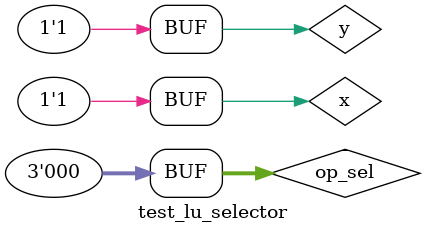
<source format=v>


// -------------------------
// LU (NOT, AND, NAND, OR, NOR, XOR, XNOR)
// -------------------------
module lu (
    output not_out,
    output and_out,
    output nand_out,
    output or_out,
    output nor_out,
    output xor_out,
    output xnor_out,
    input a,
    input b
);
// Descrever por portas
    not NOT1 (not_out, a);           // Operação NOT (somente A é considerado)
    and AND1 (and_out, a, b);        // Operação AND
    nand NAND1 (nand_out, a, b);     // Operação NAND
    or OR1 (or_out, a, b);           // Operação OR
    nor NOR1 (nor_out, a, b);        // Operação NOR
    xor XOR1 (xor_out, a, b);        // Operação XOR
    xnor XNOR1 (xnor_out, a, b);     // Operação XNOR
endmodule // lu

// -------------------------
// Multiplexer 7x1
// -------------------------
module mux7x1 (
    output s,
    input a,
    input b,
    input c,
    input d,
    input e,
    input f,
    input g,
    input [2:0] select
);
// Definir dados locais
    wire sa, sb, sc, sd, se, sf, sg;
    wire sel0, sel1, sel2, sel3, sel4, sel5, sel6;
    wire not_sel0, not_sel1, not_sel2;

    // Inversores para os sinais de seleção
    not NOT_SEL0 (not_sel0, select[0]);
    not NOT_SEL1 (not_sel1, select[1]);
    not NOT_SEL2 (not_sel2, select[2]);

    // Geração de sinais de habilitação
    and AND_SEL0 (sel0, not_sel2, not_sel1, not_sel0); // 000
    and AND_SEL1 (sel1, not_sel2, not_sel1, select[0]); // 001
    and AND_SEL2 (sel2, not_sel2, select[1], not_sel0); // 010
    and AND_SEL3 (sel3, not_sel2, select[1], select[0]); // 011
    and AND_SEL4 (sel4, select[2], not_sel1, not_sel0); // 100
    and AND_SEL5 (sel5, select[2], not_sel1, select[0]); // 101
    and AND_SEL6 (sel6, select[2], select[1], not_sel0); // 110

    // Multiplexar os sinais
    and AND1 (sa, a, sel0);
    and AND2 (sb, b, sel1);
    and AND3 (sc, c, sel2);
    and AND4 (sd, d, sel3);
    and AND5 (se, e, sel4);
    and AND6 (sf, f, sel5);
    and AND7 (sg, g, sel6);

    or OR1 (s, sa, sb, sc, sd, se, sf, sg); // Saída única
endmodule // mux7x1

// -------------------------
// LU com seleção
// -------------------------
module lu_selector (
    output result,
    input a,
    input b,
    input [2:0] op_select
);
// Definir dados locais
    wire not_out, and_out, nand_out, or_out, nor_out, xor_out, xnor_out;

    // Instanciar a LU
    lu LU1 (not_out, and_out, nand_out, or_out, nor_out, xor_out, xnor_out, a, b);

    // Multiplexador 7x1 para selecionar operação
    mux7x1 MUX1 (result, not_out, and_out, nand_out, or_out, nor_out, xor_out, xnor_out, op_select);
endmodule // lu_selector

// -------------------------
// Teste LU com seleção
// -------------------------
module test_lu_selector;
// Definir dados
    reg x;              // Entrada A
    reg y;              // Entrada B
    reg [2:0] op_sel;   // Seleção da operação
    wire z;             // Saída final

    // Instanciar o módulo principal
    lu_selector LU_SELECTOR1 (z, x, y, op_sel);

    // Parte principal
    initial
    begin : main
        $display("Guia_0705 - Alessandra Faria Rodrigues - 828333");
        $display("Test LU Selector");
        $display(" x y op_sel z");

        // Inicializar valores
        x = 1'b0; y = 1'b1; op_sel = 3'b000;

        // Monitorar mudanças
        #1 $monitor("%4b %4b %6b %4b", x, y, op_sel, z);

        // Testes
        #1 op_sel = 3'b001; // Selecionar AND
        #1 op_sel = 3'b010; // Selecionar NAND
        #1 op_sel = 3'b011; // Selecionar OR
        #1 op_sel = 3'b100; // Selecionar NOR
        #1 op_sel = 3'b101; // Selecionar XOR
        #1 op_sel = 3'b110; // Selecionar XNOR
        #1 x = 1'b1; y = 1'b1; // Teste com ambos iguais a 1
        #1 op_sel = 3'b000; // Voltar para NOT
    end
endmodule // test_lu_selector

</source>
